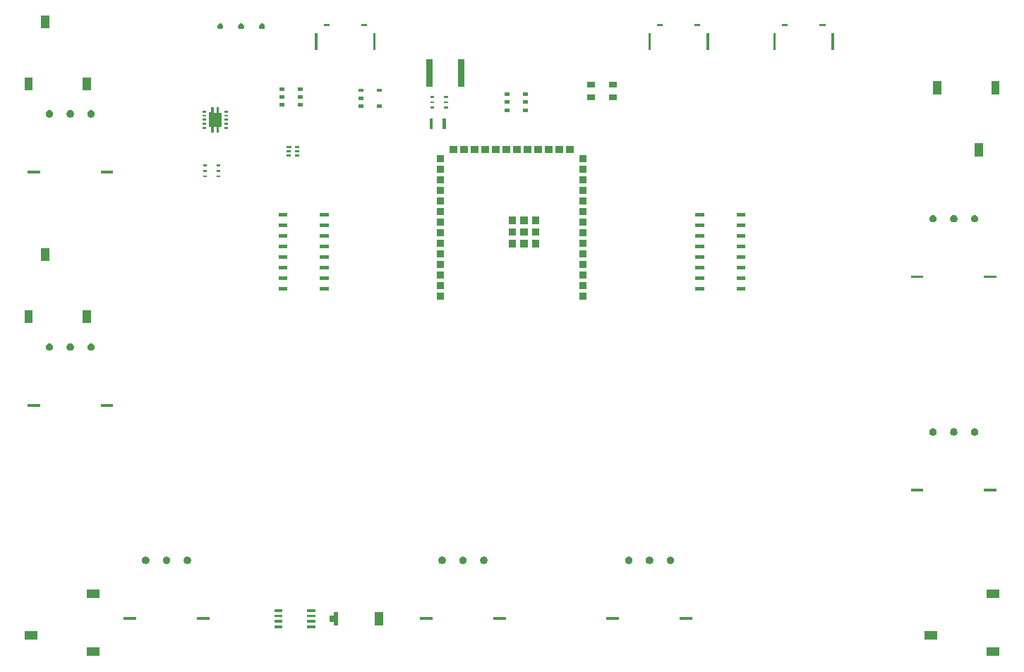
<source format=gbr>
%TF.GenerationSoftware,KiCad,Pcbnew,9.0.4*%
%TF.CreationDate,2025-10-09T22:00:13+02:00*%
%TF.ProjectId,Spikeling_v3.0,5370696b-656c-4696-9e67-5f76332e302e,rev?*%
%TF.SameCoordinates,Original*%
%TF.FileFunction,Other,User*%
%FSLAX46Y46*%
G04 Gerber Fmt 4.6, Leading zero omitted, Abs format (unit mm)*
G04 Created by KiCad (PCBNEW 9.0.4) date 2025-10-09 22:00:13*
%MOMM*%
%LPD*%
G01*
G04 APERTURE LIST*
%ADD10C,0.000000*%
G04 APERTURE END LIST*
D10*
%TO.C,VR2*%
G36*
X150480000Y-124150000D02*
G01*
X148960000Y-124150000D01*
X148960000Y-123850000D01*
X150480000Y-123850000D01*
X150480000Y-124150000D01*
G37*
G36*
X159280000Y-124150000D02*
G01*
X157760000Y-124150000D01*
X157760000Y-123850000D01*
X159280000Y-123850000D01*
X159280000Y-124150000D01*
G37*
G36*
X151792208Y-116584254D02*
G01*
X151893943Y-116642991D01*
X151977009Y-116726057D01*
X152035746Y-116827792D01*
X152066150Y-116941263D01*
X152066150Y-117058737D01*
X152035746Y-117172208D01*
X151977009Y-117273943D01*
X151893943Y-117357009D01*
X151792208Y-117415746D01*
X151678737Y-117446150D01*
X151561263Y-117446150D01*
X151447792Y-117415746D01*
X151346057Y-117357009D01*
X151262991Y-117273943D01*
X151204254Y-117172208D01*
X151173850Y-117058737D01*
X151173850Y-116941263D01*
X151204254Y-116827792D01*
X151262991Y-116726057D01*
X151346057Y-116642991D01*
X151447792Y-116584254D01*
X151561263Y-116553850D01*
X151678737Y-116553850D01*
X151792208Y-116584254D01*
G37*
G36*
X154292208Y-116584254D02*
G01*
X154393943Y-116642991D01*
X154477009Y-116726057D01*
X154535746Y-116827792D01*
X154566150Y-116941263D01*
X154566150Y-117058737D01*
X154535746Y-117172208D01*
X154477009Y-117273943D01*
X154393943Y-117357009D01*
X154292208Y-117415746D01*
X154178737Y-117446150D01*
X154061263Y-117446150D01*
X153947792Y-117415746D01*
X153846057Y-117357009D01*
X153762991Y-117273943D01*
X153704254Y-117172208D01*
X153673850Y-117058737D01*
X153673850Y-116941263D01*
X153704254Y-116827792D01*
X153762991Y-116726057D01*
X153846057Y-116642991D01*
X153947792Y-116584254D01*
X154061263Y-116553850D01*
X154178737Y-116553850D01*
X154292208Y-116584254D01*
G37*
G36*
X156792208Y-116584254D02*
G01*
X156893943Y-116642991D01*
X156977009Y-116726057D01*
X157035746Y-116827792D01*
X157066150Y-116941263D01*
X157066150Y-117058737D01*
X157035746Y-117172208D01*
X156977009Y-117273943D01*
X156893943Y-117357009D01*
X156792208Y-117415746D01*
X156678737Y-117446150D01*
X156561263Y-117446150D01*
X156447792Y-117415746D01*
X156346057Y-117357009D01*
X156262991Y-117273943D01*
X156204254Y-117172208D01*
X156173850Y-117058737D01*
X156173850Y-116941263D01*
X156204254Y-116827792D01*
X156262991Y-116726057D01*
X156346057Y-116642991D01*
X156447792Y-116584254D01*
X156561263Y-116553850D01*
X156678737Y-116553850D01*
X156792208Y-116584254D01*
G37*
%TO.C,U3*%
G36*
X132700000Y-75770000D02*
G01*
X132000000Y-75770000D01*
X132000000Y-75340000D01*
X132700000Y-75340000D01*
X132700000Y-75770000D01*
G37*
G36*
X132700000Y-77040000D02*
G01*
X132000000Y-77040000D01*
X132000000Y-76610000D01*
X132700000Y-76610000D01*
X132700000Y-77040000D01*
G37*
G36*
X132700000Y-78310000D02*
G01*
X132000000Y-78310000D01*
X132000000Y-77880000D01*
X132700000Y-77880000D01*
X132700000Y-78310000D01*
G37*
G36*
X132700000Y-79580000D02*
G01*
X132000000Y-79580000D01*
X132000000Y-79150000D01*
X132700000Y-79150000D01*
X132700000Y-79580000D01*
G37*
G36*
X132700000Y-80850000D02*
G01*
X132000000Y-80850000D01*
X132000000Y-80420000D01*
X132700000Y-80420000D01*
X132700000Y-80850000D01*
G37*
G36*
X132700000Y-82120000D02*
G01*
X132000000Y-82120000D01*
X132000000Y-81690000D01*
X132700000Y-81690000D01*
X132700000Y-82120000D01*
G37*
G36*
X132700000Y-83390000D02*
G01*
X132000000Y-83390000D01*
X132000000Y-82960000D01*
X132700000Y-82960000D01*
X132700000Y-83390000D01*
G37*
G36*
X132700000Y-84660000D02*
G01*
X132000000Y-84660000D01*
X132000000Y-84230000D01*
X132700000Y-84230000D01*
X132700000Y-84660000D01*
G37*
G36*
X133060000Y-75770000D02*
G01*
X132690000Y-75770000D01*
X132690000Y-75340000D01*
X133060000Y-75340000D01*
X133060000Y-75770000D01*
G37*
G36*
X133060000Y-77040000D02*
G01*
X132690000Y-77040000D01*
X132690000Y-76610000D01*
X133060000Y-76610000D01*
X133060000Y-77040000D01*
G37*
G36*
X133060000Y-78310000D02*
G01*
X132690000Y-78310000D01*
X132690000Y-77880000D01*
X133060000Y-77880000D01*
X133060000Y-78310000D01*
G37*
G36*
X133060000Y-79580000D02*
G01*
X132690000Y-79580000D01*
X132690000Y-79150000D01*
X133060000Y-79150000D01*
X133060000Y-79580000D01*
G37*
G36*
X133060000Y-80850000D02*
G01*
X132690000Y-80850000D01*
X132690000Y-80420000D01*
X133060000Y-80420000D01*
X133060000Y-80850000D01*
G37*
G36*
X133060000Y-82120000D02*
G01*
X132690000Y-82120000D01*
X132690000Y-81690000D01*
X133060000Y-81690000D01*
X133060000Y-82120000D01*
G37*
G36*
X133060000Y-83390000D02*
G01*
X132690000Y-83390000D01*
X132690000Y-82960000D01*
X133060000Y-82960000D01*
X133060000Y-83390000D01*
G37*
G36*
X133060000Y-84660000D02*
G01*
X132690000Y-84660000D01*
X132690000Y-84230000D01*
X133060000Y-84230000D01*
X133060000Y-84660000D01*
G37*
G36*
X137310000Y-75770000D02*
G01*
X136940000Y-75770000D01*
X136940000Y-75340000D01*
X137310000Y-75340000D01*
X137310000Y-75770000D01*
G37*
G36*
X137310000Y-77040000D02*
G01*
X136940000Y-77040000D01*
X136940000Y-76610000D01*
X137310000Y-76610000D01*
X137310000Y-77040000D01*
G37*
G36*
X137310000Y-78310000D02*
G01*
X136940000Y-78310000D01*
X136940000Y-77880000D01*
X137310000Y-77880000D01*
X137310000Y-78310000D01*
G37*
G36*
X137310000Y-79580000D02*
G01*
X136940000Y-79580000D01*
X136940000Y-79150000D01*
X137310000Y-79150000D01*
X137310000Y-79580000D01*
G37*
G36*
X137310000Y-80850000D02*
G01*
X136940000Y-80850000D01*
X136940000Y-80420000D01*
X137310000Y-80420000D01*
X137310000Y-80850000D01*
G37*
G36*
X137310000Y-82120000D02*
G01*
X136940000Y-82120000D01*
X136940000Y-81690000D01*
X137310000Y-81690000D01*
X137310000Y-82120000D01*
G37*
G36*
X137310000Y-83390000D02*
G01*
X136940000Y-83390000D01*
X136940000Y-82960000D01*
X137310000Y-82960000D01*
X137310000Y-83390000D01*
G37*
G36*
X137310000Y-84660000D02*
G01*
X136940000Y-84660000D01*
X136940000Y-84230000D01*
X137310000Y-84230000D01*
X137310000Y-84660000D01*
G37*
G36*
X138000000Y-75770000D02*
G01*
X137300000Y-75770000D01*
X137300000Y-75340000D01*
X138000000Y-75340000D01*
X138000000Y-75770000D01*
G37*
G36*
X138000000Y-77040000D02*
G01*
X137300000Y-77040000D01*
X137300000Y-76610000D01*
X138000000Y-76610000D01*
X138000000Y-77040000D01*
G37*
G36*
X138000000Y-78310000D02*
G01*
X137300000Y-78310000D01*
X137300000Y-77880000D01*
X138000000Y-77880000D01*
X138000000Y-78310000D01*
G37*
G36*
X138000000Y-79580000D02*
G01*
X137300000Y-79580000D01*
X137300000Y-79150000D01*
X138000000Y-79150000D01*
X138000000Y-79580000D01*
G37*
G36*
X138000000Y-80850000D02*
G01*
X137300000Y-80850000D01*
X137300000Y-80420000D01*
X138000000Y-80420000D01*
X138000000Y-80850000D01*
G37*
G36*
X138000000Y-82120000D02*
G01*
X137300000Y-82120000D01*
X137300000Y-81690000D01*
X138000000Y-81690000D01*
X138000000Y-82120000D01*
G37*
G36*
X138000000Y-83390000D02*
G01*
X137300000Y-83390000D01*
X137300000Y-82960000D01*
X138000000Y-82960000D01*
X138000000Y-83390000D01*
G37*
G36*
X138000000Y-84660000D02*
G01*
X137300000Y-84660000D01*
X137300000Y-84230000D01*
X138000000Y-84230000D01*
X138000000Y-84660000D01*
G37*
%TO.C,J4*%
G36*
X102500000Y-88500000D02*
G01*
X101500000Y-88500000D01*
X101500000Y-86950000D01*
X102500000Y-86950000D01*
X102500000Y-88500000D01*
G37*
G36*
X104500000Y-81050000D02*
G01*
X103500000Y-81050000D01*
X103500000Y-79500000D01*
X104500000Y-79500000D01*
X104500000Y-81050000D01*
G37*
G36*
X109500000Y-88500000D02*
G01*
X108500000Y-88500000D01*
X108500000Y-86950000D01*
X109500000Y-86950000D01*
X109500000Y-88500000D01*
G37*
%TO.C,J5*%
G36*
X211050000Y-126500000D02*
G01*
X209500000Y-126500000D01*
X209500000Y-125500000D01*
X211050000Y-125500000D01*
X211050000Y-126500000D01*
G37*
G36*
X218500000Y-121500000D02*
G01*
X216950000Y-121500000D01*
X216950000Y-120500000D01*
X218500000Y-120500000D01*
X218500000Y-121500000D01*
G37*
G36*
X218500000Y-128500000D02*
G01*
X216950000Y-128500000D01*
X216950000Y-127500000D01*
X218500000Y-127500000D01*
X218500000Y-128500000D01*
G37*
%TO.C,U6*%
G36*
X142030000Y-60770000D02*
G01*
X141580000Y-60770000D01*
X141580000Y-60370000D01*
X142030000Y-60370000D01*
X142030000Y-60770000D01*
G37*
G36*
X142030000Y-61720000D02*
G01*
X141580000Y-61720000D01*
X141580000Y-61320000D01*
X142030000Y-61320000D01*
X142030000Y-61720000D01*
G37*
G36*
X142030000Y-62670000D02*
G01*
X141580000Y-62670000D01*
X141580000Y-62270000D01*
X142030000Y-62270000D01*
X142030000Y-62670000D01*
G37*
G36*
X142190000Y-60770000D02*
G01*
X142020000Y-60770000D01*
X142020000Y-60370000D01*
X142190000Y-60370000D01*
X142190000Y-60770000D01*
G37*
G36*
X142190000Y-61720000D02*
G01*
X142020000Y-61720000D01*
X142020000Y-61320000D01*
X142190000Y-61320000D01*
X142190000Y-61720000D01*
G37*
G36*
X142190000Y-62670000D02*
G01*
X142020000Y-62670000D01*
X142020000Y-62270000D01*
X142190000Y-62270000D01*
X142190000Y-62670000D01*
G37*
G36*
X143940000Y-60770000D02*
G01*
X143770000Y-60770000D01*
X143770000Y-60370000D01*
X143940000Y-60370000D01*
X143940000Y-60770000D01*
G37*
G36*
X143940000Y-62670000D02*
G01*
X143770000Y-62670000D01*
X143770000Y-62270000D01*
X143940000Y-62270000D01*
X143940000Y-62670000D01*
G37*
G36*
X144380000Y-60770000D02*
G01*
X143930000Y-60770000D01*
X143930000Y-60370000D01*
X144380000Y-60370000D01*
X144380000Y-60770000D01*
G37*
G36*
X144380000Y-62670000D02*
G01*
X143930000Y-62670000D01*
X143930000Y-62270000D01*
X144380000Y-62270000D01*
X144380000Y-62670000D01*
G37*
%TO.C,U1*%
G36*
X151800000Y-69250000D02*
G01*
X150950000Y-69250000D01*
X150950000Y-68350000D01*
X151800000Y-68350000D01*
X151800000Y-69250000D01*
G37*
G36*
X151800000Y-70520000D02*
G01*
X150950000Y-70520000D01*
X150950000Y-69620000D01*
X151800000Y-69620000D01*
X151800000Y-70520000D01*
G37*
G36*
X151800000Y-71790000D02*
G01*
X150950000Y-71790000D01*
X150950000Y-70890000D01*
X151800000Y-70890000D01*
X151800000Y-71790000D01*
G37*
G36*
X151800000Y-73060000D02*
G01*
X150950000Y-73060000D01*
X150950000Y-72160000D01*
X151800000Y-72160000D01*
X151800000Y-73060000D01*
G37*
G36*
X151800000Y-74330000D02*
G01*
X150950000Y-74330000D01*
X150950000Y-73430000D01*
X151800000Y-73430000D01*
X151800000Y-74330000D01*
G37*
G36*
X151800000Y-75600000D02*
G01*
X150950000Y-75600000D01*
X150950000Y-74700000D01*
X151800000Y-74700000D01*
X151800000Y-75600000D01*
G37*
G36*
X151800000Y-76870000D02*
G01*
X150950000Y-76870000D01*
X150950000Y-75970000D01*
X151800000Y-75970000D01*
X151800000Y-76870000D01*
G37*
G36*
X151800000Y-78140000D02*
G01*
X150950000Y-78140000D01*
X150950000Y-77240000D01*
X151800000Y-77240000D01*
X151800000Y-78140000D01*
G37*
G36*
X151800000Y-79410000D02*
G01*
X150950000Y-79410000D01*
X150950000Y-78510000D01*
X151800000Y-78510000D01*
X151800000Y-79410000D01*
G37*
G36*
X151800000Y-80680000D02*
G01*
X150950000Y-80680000D01*
X150950000Y-79780000D01*
X151800000Y-79780000D01*
X151800000Y-80680000D01*
G37*
G36*
X151800000Y-81950000D02*
G01*
X150950000Y-81950000D01*
X150950000Y-81050000D01*
X151800000Y-81050000D01*
X151800000Y-81950000D01*
G37*
G36*
X151800000Y-83220000D02*
G01*
X150950000Y-83220000D01*
X150950000Y-82320000D01*
X151800000Y-82320000D01*
X151800000Y-83220000D01*
G37*
G36*
X151800000Y-84490000D02*
G01*
X150950000Y-84490000D01*
X150950000Y-83590000D01*
X151800000Y-83590000D01*
X151800000Y-84490000D01*
G37*
G36*
X151800000Y-85760000D02*
G01*
X150950000Y-85760000D01*
X150950000Y-84860000D01*
X151800000Y-84860000D01*
X151800000Y-85760000D01*
G37*
G36*
X153415000Y-68150500D02*
G01*
X152515000Y-68150500D01*
X152515000Y-67301000D01*
X153415000Y-67301000D01*
X153415000Y-68150500D01*
G37*
G36*
X154685000Y-68150500D02*
G01*
X153785000Y-68150500D01*
X153785000Y-67301000D01*
X154685000Y-67301000D01*
X154685000Y-68150500D01*
G37*
G36*
X155955000Y-68150500D02*
G01*
X155055000Y-68150500D01*
X155055000Y-67301000D01*
X155955000Y-67301000D01*
X155955000Y-68150500D01*
G37*
G36*
X157225000Y-68150500D02*
G01*
X156325000Y-68150500D01*
X156325000Y-67301000D01*
X157225000Y-67301000D01*
X157225000Y-68150500D01*
G37*
G36*
X158495000Y-68150500D02*
G01*
X157595000Y-68150500D01*
X157595000Y-67301000D01*
X158495000Y-67301000D01*
X158495000Y-68150500D01*
G37*
G36*
X159765000Y-68150500D02*
G01*
X158865000Y-68150500D01*
X158865000Y-67301000D01*
X159765000Y-67301000D01*
X159765000Y-68150500D01*
G37*
G36*
X160499500Y-76640500D02*
G01*
X159599500Y-76640500D01*
X159599500Y-75740500D01*
X160499500Y-75740500D01*
X160499500Y-76640500D01*
G37*
G36*
X160499500Y-78040500D02*
G01*
X159599500Y-78040500D01*
X159599500Y-77140500D01*
X160499500Y-77140500D01*
X160499500Y-78040500D01*
G37*
G36*
X160499500Y-79440500D02*
G01*
X159599500Y-79440500D01*
X159599500Y-78540500D01*
X160499500Y-78540500D01*
X160499500Y-79440500D01*
G37*
G36*
X161035000Y-68150500D02*
G01*
X160135000Y-68150500D01*
X160135000Y-67301000D01*
X161035000Y-67301000D01*
X161035000Y-68150500D01*
G37*
G36*
X161899500Y-76640500D02*
G01*
X160999500Y-76640500D01*
X160999500Y-75740500D01*
X161899500Y-75740500D01*
X161899500Y-76640500D01*
G37*
G36*
X161899500Y-78040500D02*
G01*
X160999500Y-78040500D01*
X160999500Y-77140500D01*
X161899500Y-77140500D01*
X161899500Y-78040500D01*
G37*
G36*
X161899500Y-79440500D02*
G01*
X160999500Y-79440500D01*
X160999500Y-78540500D01*
X161899500Y-78540500D01*
X161899500Y-79440500D01*
G37*
G36*
X162305000Y-68150500D02*
G01*
X161405000Y-68150500D01*
X161405000Y-67301000D01*
X162305000Y-67301000D01*
X162305000Y-68150500D01*
G37*
G36*
X163299500Y-76640500D02*
G01*
X162399500Y-76640500D01*
X162399500Y-75740500D01*
X163299500Y-75740500D01*
X163299500Y-76640500D01*
G37*
G36*
X163299500Y-78040500D02*
G01*
X162399500Y-78040500D01*
X162399500Y-77140500D01*
X163299500Y-77140500D01*
X163299500Y-78040500D01*
G37*
G36*
X163299500Y-79440500D02*
G01*
X162399500Y-79440500D01*
X162399500Y-78540500D01*
X163299500Y-78540500D01*
X163299500Y-79440500D01*
G37*
G36*
X163575000Y-68150500D02*
G01*
X162675000Y-68150500D01*
X162675000Y-67301000D01*
X163575000Y-67301000D01*
X163575000Y-68150500D01*
G37*
G36*
X164845000Y-68150500D02*
G01*
X163945000Y-68150500D01*
X163945000Y-67301000D01*
X164845000Y-67301000D01*
X164845000Y-68150500D01*
G37*
G36*
X166115000Y-68150500D02*
G01*
X165215000Y-68150500D01*
X165215000Y-67301000D01*
X166115000Y-67301000D01*
X166115000Y-68150500D01*
G37*
G36*
X167385000Y-68150500D02*
G01*
X166485000Y-68150500D01*
X166485000Y-67301000D01*
X167385000Y-67301000D01*
X167385000Y-68150500D01*
G37*
G36*
X168950000Y-69250000D02*
G01*
X168100000Y-69250000D01*
X168100000Y-68350000D01*
X168950000Y-68350000D01*
X168950000Y-69250000D01*
G37*
G36*
X168950000Y-70520000D02*
G01*
X168100000Y-70520000D01*
X168100000Y-69620000D01*
X168950000Y-69620000D01*
X168950000Y-70520000D01*
G37*
G36*
X168950000Y-71790000D02*
G01*
X168100000Y-71790000D01*
X168100000Y-70890000D01*
X168950000Y-70890000D01*
X168950000Y-71790000D01*
G37*
G36*
X168950000Y-73060000D02*
G01*
X168100000Y-73060000D01*
X168100000Y-72160000D01*
X168950000Y-72160000D01*
X168950000Y-73060000D01*
G37*
G36*
X168950000Y-74330000D02*
G01*
X168100000Y-74330000D01*
X168100000Y-73430000D01*
X168950000Y-73430000D01*
X168950000Y-74330000D01*
G37*
G36*
X168950000Y-75600000D02*
G01*
X168100000Y-75600000D01*
X168100000Y-74700000D01*
X168950000Y-74700000D01*
X168950000Y-75600000D01*
G37*
G36*
X168950000Y-76870000D02*
G01*
X168100000Y-76870000D01*
X168100000Y-75970000D01*
X168950000Y-75970000D01*
X168950000Y-76870000D01*
G37*
G36*
X168950000Y-78140000D02*
G01*
X168100000Y-78140000D01*
X168100000Y-77240000D01*
X168950000Y-77240000D01*
X168950000Y-78140000D01*
G37*
G36*
X168950000Y-79410000D02*
G01*
X168100000Y-79410000D01*
X168100000Y-78510000D01*
X168950000Y-78510000D01*
X168950000Y-79410000D01*
G37*
G36*
X168950000Y-80680000D02*
G01*
X168100000Y-80680000D01*
X168100000Y-79780000D01*
X168950000Y-79780000D01*
X168950000Y-80680000D01*
G37*
G36*
X168950000Y-81950000D02*
G01*
X168100000Y-81950000D01*
X168100000Y-81050000D01*
X168950000Y-81050000D01*
X168950000Y-81950000D01*
G37*
G36*
X168950000Y-83220000D02*
G01*
X168100000Y-83220000D01*
X168100000Y-82320000D01*
X168950000Y-82320000D01*
X168950000Y-83220000D01*
G37*
G36*
X168950000Y-84490000D02*
G01*
X168100000Y-84490000D01*
X168100000Y-83590000D01*
X168950000Y-83590000D01*
X168950000Y-84490000D01*
G37*
G36*
X168950000Y-85760000D02*
G01*
X168100000Y-85760000D01*
X168100000Y-84860000D01*
X168950000Y-84860000D01*
X168950000Y-85760000D01*
G37*
%TO.C,VR1*%
G36*
X114910000Y-124150000D02*
G01*
X113390000Y-124150000D01*
X113390000Y-123850000D01*
X114910000Y-123850000D01*
X114910000Y-124150000D01*
G37*
G36*
X123710000Y-124150000D02*
G01*
X122190000Y-124150000D01*
X122190000Y-123850000D01*
X123710000Y-123850000D01*
X123710000Y-124150000D01*
G37*
G36*
X116222208Y-116584254D02*
G01*
X116323943Y-116642991D01*
X116407009Y-116726057D01*
X116465746Y-116827792D01*
X116496150Y-116941263D01*
X116496150Y-117058737D01*
X116465746Y-117172208D01*
X116407009Y-117273943D01*
X116323943Y-117357009D01*
X116222208Y-117415746D01*
X116108737Y-117446150D01*
X115991263Y-117446150D01*
X115877792Y-117415746D01*
X115776057Y-117357009D01*
X115692991Y-117273943D01*
X115634254Y-117172208D01*
X115603850Y-117058737D01*
X115603850Y-116941263D01*
X115634254Y-116827792D01*
X115692991Y-116726057D01*
X115776057Y-116642991D01*
X115877792Y-116584254D01*
X115991263Y-116553850D01*
X116108737Y-116553850D01*
X116222208Y-116584254D01*
G37*
G36*
X118722208Y-116584254D02*
G01*
X118823943Y-116642991D01*
X118907009Y-116726057D01*
X118965746Y-116827792D01*
X118996150Y-116941263D01*
X118996150Y-117058737D01*
X118965746Y-117172208D01*
X118907009Y-117273943D01*
X118823943Y-117357009D01*
X118722208Y-117415746D01*
X118608737Y-117446150D01*
X118491263Y-117446150D01*
X118377792Y-117415746D01*
X118276057Y-117357009D01*
X118192991Y-117273943D01*
X118134254Y-117172208D01*
X118103850Y-117058737D01*
X118103850Y-116941263D01*
X118134254Y-116827792D01*
X118192991Y-116726057D01*
X118276057Y-116642991D01*
X118377792Y-116584254D01*
X118491263Y-116553850D01*
X118608737Y-116553850D01*
X118722208Y-116584254D01*
G37*
G36*
X121222208Y-116584254D02*
G01*
X121323943Y-116642991D01*
X121407009Y-116726057D01*
X121465746Y-116827792D01*
X121496150Y-116941263D01*
X121496150Y-117058737D01*
X121465746Y-117172208D01*
X121407009Y-117273943D01*
X121323943Y-117357009D01*
X121222208Y-117415746D01*
X121108737Y-117446150D01*
X120991263Y-117446150D01*
X120877792Y-117415746D01*
X120776057Y-117357009D01*
X120692991Y-117273943D01*
X120634254Y-117172208D01*
X120603850Y-117058737D01*
X120603850Y-116941263D01*
X120634254Y-116827792D01*
X120692991Y-116726057D01*
X120776057Y-116642991D01*
X120877792Y-116584254D01*
X120991263Y-116553850D01*
X121108737Y-116553850D01*
X121222208Y-116584254D01*
G37*
%TO.C,D4*%
G36*
X169950000Y-60275000D02*
G01*
X169050000Y-60275000D01*
X169050000Y-59575000D01*
X169950000Y-59575000D01*
X169950000Y-60275000D01*
G37*
G36*
X169950000Y-61775000D02*
G01*
X169050000Y-61775000D01*
X169050000Y-61075000D01*
X169950000Y-61075000D01*
X169950000Y-61775000D01*
G37*
G36*
X172550000Y-60275000D02*
G01*
X171650000Y-60275000D01*
X171650000Y-59575000D01*
X172550000Y-59575000D01*
X172550000Y-60275000D01*
G37*
G36*
X172550000Y-61775000D02*
G01*
X171650000Y-61775000D01*
X171650000Y-61075000D01*
X172550000Y-61075000D01*
X172550000Y-61775000D01*
G37*
%TO.C,SW5*%
G36*
X125136618Y-52555209D02*
G01*
X125217328Y-52601807D01*
X125283227Y-52667706D01*
X125329825Y-52748416D01*
X125353946Y-52838436D01*
X125353946Y-52931632D01*
X125329825Y-53021652D01*
X125283227Y-53102362D01*
X125217328Y-53168261D01*
X125136618Y-53214859D01*
X125046598Y-53238980D01*
X124953402Y-53238980D01*
X124863382Y-53214859D01*
X124782672Y-53168261D01*
X124716773Y-53102362D01*
X124670175Y-53021652D01*
X124646054Y-52931632D01*
X124646054Y-52838436D01*
X124670175Y-52748416D01*
X124716773Y-52667706D01*
X124782672Y-52601807D01*
X124863382Y-52555209D01*
X124953402Y-52531088D01*
X125046598Y-52531088D01*
X125136618Y-52555209D01*
G37*
G36*
X127636618Y-52555209D02*
G01*
X127717328Y-52601807D01*
X127783227Y-52667706D01*
X127829825Y-52748416D01*
X127853946Y-52838436D01*
X127853946Y-52931632D01*
X127829825Y-53021652D01*
X127783227Y-53102362D01*
X127717328Y-53168261D01*
X127636618Y-53214859D01*
X127546598Y-53238980D01*
X127453402Y-53238980D01*
X127363382Y-53214859D01*
X127282672Y-53168261D01*
X127216773Y-53102362D01*
X127170175Y-53021652D01*
X127146054Y-52931632D01*
X127146054Y-52838436D01*
X127170175Y-52748416D01*
X127216773Y-52667706D01*
X127282672Y-52601807D01*
X127363382Y-52555209D01*
X127453402Y-52531088D01*
X127546598Y-52531088D01*
X127636618Y-52555209D01*
G37*
G36*
X130136618Y-52555209D02*
G01*
X130217328Y-52601807D01*
X130283227Y-52667706D01*
X130329825Y-52748416D01*
X130353946Y-52838436D01*
X130353946Y-52931632D01*
X130329825Y-53021652D01*
X130283227Y-53102362D01*
X130217328Y-53168261D01*
X130136618Y-53214859D01*
X130046598Y-53238980D01*
X129953402Y-53238980D01*
X129863382Y-53214859D01*
X129782672Y-53168261D01*
X129716773Y-53102362D01*
X129670175Y-53021652D01*
X129646054Y-52931632D01*
X129646054Y-52838436D01*
X129670175Y-52748416D01*
X129716773Y-52667706D01*
X129782672Y-52601807D01*
X129863382Y-52555209D01*
X129953402Y-52531088D01*
X130046598Y-52531088D01*
X130136618Y-52555209D01*
G37*
%TO.C,VR5*%
G36*
X209360000Y-108750000D02*
G01*
X207840000Y-108750000D01*
X207840000Y-108450000D01*
X209360000Y-108450000D01*
X209360000Y-108750000D01*
G37*
G36*
X218160000Y-108750000D02*
G01*
X216640000Y-108750000D01*
X216640000Y-108450000D01*
X218160000Y-108450000D01*
X218160000Y-108750000D01*
G37*
G36*
X210672208Y-101184254D02*
G01*
X210773943Y-101242991D01*
X210857009Y-101326057D01*
X210915746Y-101427792D01*
X210946150Y-101541263D01*
X210946150Y-101658737D01*
X210915746Y-101772208D01*
X210857009Y-101873943D01*
X210773943Y-101957009D01*
X210672208Y-102015746D01*
X210558737Y-102046150D01*
X210441263Y-102046150D01*
X210327792Y-102015746D01*
X210226057Y-101957009D01*
X210142991Y-101873943D01*
X210084254Y-101772208D01*
X210053850Y-101658737D01*
X210053850Y-101541263D01*
X210084254Y-101427792D01*
X210142991Y-101326057D01*
X210226057Y-101242991D01*
X210327792Y-101184254D01*
X210441263Y-101153850D01*
X210558737Y-101153850D01*
X210672208Y-101184254D01*
G37*
G36*
X213172208Y-101184254D02*
G01*
X213273943Y-101242991D01*
X213357009Y-101326057D01*
X213415746Y-101427792D01*
X213446150Y-101541263D01*
X213446150Y-101658737D01*
X213415746Y-101772208D01*
X213357009Y-101873943D01*
X213273943Y-101957009D01*
X213172208Y-102015746D01*
X213058737Y-102046150D01*
X212941263Y-102046150D01*
X212827792Y-102015746D01*
X212726057Y-101957009D01*
X212642991Y-101873943D01*
X212584254Y-101772208D01*
X212553850Y-101658737D01*
X212553850Y-101541263D01*
X212584254Y-101427792D01*
X212642991Y-101326057D01*
X212726057Y-101242991D01*
X212827792Y-101184254D01*
X212941263Y-101153850D01*
X213058737Y-101153850D01*
X213172208Y-101184254D01*
G37*
G36*
X215672208Y-101184254D02*
G01*
X215773943Y-101242991D01*
X215857009Y-101326057D01*
X215915746Y-101427792D01*
X215946150Y-101541263D01*
X215946150Y-101658737D01*
X215915746Y-101772208D01*
X215857009Y-101873943D01*
X215773943Y-101957009D01*
X215672208Y-102015746D01*
X215558737Y-102046150D01*
X215441263Y-102046150D01*
X215327792Y-102015746D01*
X215226057Y-101957009D01*
X215142991Y-101873943D01*
X215084254Y-101772208D01*
X215053850Y-101658737D01*
X215053850Y-101541263D01*
X215084254Y-101427792D01*
X215142991Y-101326057D01*
X215226057Y-101242991D01*
X215327792Y-101184254D01*
X215441263Y-101153850D01*
X215558737Y-101153850D01*
X215672208Y-101184254D01*
G37*
%TO.C,Q1*%
G36*
X132710000Y-60629000D02*
G01*
X132565000Y-60629000D01*
X132565000Y-60199000D01*
X132710000Y-60199000D01*
X132710000Y-60629000D01*
G37*
G36*
X132710000Y-61579000D02*
G01*
X132565000Y-61579000D01*
X132565000Y-61149000D01*
X132710000Y-61149000D01*
X132710000Y-61579000D01*
G37*
G36*
X132710000Y-62529000D02*
G01*
X132565000Y-62529000D01*
X132565000Y-62099000D01*
X132710000Y-62099000D01*
X132710000Y-62529000D01*
G37*
G36*
X132575000Y-60629000D02*
G01*
X132100000Y-60629000D01*
X132100000Y-60199000D01*
X132575000Y-60199000D01*
X132575000Y-60629000D01*
G37*
G36*
X132575000Y-61579000D02*
G01*
X132100000Y-61579000D01*
X132100000Y-61149000D01*
X132575000Y-61149000D01*
X132575000Y-61579000D01*
G37*
G36*
X132575000Y-62529000D02*
G01*
X132100000Y-62529000D01*
X132100000Y-62099000D01*
X132575000Y-62099000D01*
X132575000Y-62529000D01*
G37*
G36*
X134900000Y-60629000D02*
G01*
X134425000Y-60629000D01*
X134425000Y-60199000D01*
X134900000Y-60199000D01*
X134900000Y-60629000D01*
G37*
G36*
X134900000Y-61579000D02*
G01*
X134425000Y-61579000D01*
X134425000Y-61149000D01*
X134900000Y-61149000D01*
X134900000Y-61579000D01*
G37*
G36*
X134900000Y-62529000D02*
G01*
X134425000Y-62529000D01*
X134425000Y-62099000D01*
X134900000Y-62099000D01*
X134900000Y-62529000D01*
G37*
G36*
X134435000Y-60629000D02*
G01*
X134290000Y-60629000D01*
X134290000Y-60199000D01*
X134435000Y-60199000D01*
X134435000Y-60629000D01*
G37*
G36*
X134435000Y-61579000D02*
G01*
X134290000Y-61579000D01*
X134290000Y-61149000D01*
X134435000Y-61149000D01*
X134435000Y-61579000D01*
G37*
G36*
X134435000Y-62529000D02*
G01*
X134290000Y-62529000D01*
X134290000Y-62099000D01*
X134435000Y-62099000D01*
X134435000Y-62529000D01*
G37*
%TO.C,U7*%
G36*
X133580000Y-67545000D02*
G01*
X132980000Y-67545000D01*
X132980000Y-67295000D01*
X133580000Y-67295000D01*
X133580000Y-67545000D01*
G37*
G36*
X133480000Y-68045000D02*
G01*
X132980000Y-68045000D01*
X132980000Y-67795000D01*
X133480000Y-67795000D01*
X133480000Y-68045000D01*
G37*
G36*
X133480000Y-68545000D02*
G01*
X132980000Y-68545000D01*
X132980000Y-68295000D01*
X133480000Y-68295000D01*
X133480000Y-68545000D01*
G37*
G36*
X134480000Y-67545000D02*
G01*
X133980000Y-67545000D01*
X133980000Y-67295000D01*
X134480000Y-67295000D01*
X134480000Y-67545000D01*
G37*
G36*
X134480000Y-68045000D02*
G01*
X133980000Y-68045000D01*
X133980000Y-67795000D01*
X134480000Y-67795000D01*
X134480000Y-68045000D01*
G37*
G36*
X134480000Y-68545000D02*
G01*
X133980000Y-68545000D01*
X133980000Y-68295000D01*
X134480000Y-68295000D01*
X134480000Y-68545000D01*
G37*
%TO.C,U5*%
G36*
X132050000Y-123207500D02*
G01*
X131500000Y-123207500D01*
X131500000Y-122892500D01*
X132050000Y-122892500D01*
X132050000Y-123207500D01*
G37*
G36*
X132050000Y-123857500D02*
G01*
X131500000Y-123857500D01*
X131500000Y-123542500D01*
X132050000Y-123542500D01*
X132050000Y-123857500D01*
G37*
G36*
X132050000Y-124507500D02*
G01*
X131500000Y-124507500D01*
X131500000Y-124192500D01*
X132050000Y-124192500D01*
X132050000Y-124507500D01*
G37*
G36*
X132050000Y-125157500D02*
G01*
X131500000Y-125157500D01*
X131500000Y-124842500D01*
X132050000Y-124842500D01*
X132050000Y-125157500D01*
G37*
G36*
X132460000Y-123207500D02*
G01*
X132040000Y-123207500D01*
X132040000Y-122892500D01*
X132460000Y-122892500D01*
X132460000Y-123207500D01*
G37*
G36*
X132460000Y-123857500D02*
G01*
X132040000Y-123857500D01*
X132040000Y-123542500D01*
X132460000Y-123542500D01*
X132460000Y-123857500D01*
G37*
G36*
X132460000Y-124507500D02*
G01*
X132040000Y-124507500D01*
X132040000Y-124192500D01*
X132460000Y-124192500D01*
X132460000Y-124507500D01*
G37*
G36*
X132460000Y-125157500D02*
G01*
X132040000Y-125157500D01*
X132040000Y-124842500D01*
X132460000Y-124842500D01*
X132460000Y-125157500D01*
G37*
G36*
X135860000Y-123207500D02*
G01*
X135440000Y-123207500D01*
X135440000Y-122892500D01*
X135860000Y-122892500D01*
X135860000Y-123207500D01*
G37*
G36*
X135860000Y-123857500D02*
G01*
X135440000Y-123857500D01*
X135440000Y-123542500D01*
X135860000Y-123542500D01*
X135860000Y-123857500D01*
G37*
G36*
X135860000Y-124507500D02*
G01*
X135440000Y-124507500D01*
X135440000Y-124192500D01*
X135860000Y-124192500D01*
X135860000Y-124507500D01*
G37*
G36*
X135860000Y-125157500D02*
G01*
X135440000Y-125157500D01*
X135440000Y-124842500D01*
X135860000Y-124842500D01*
X135860000Y-125157500D01*
G37*
G36*
X136400000Y-123207500D02*
G01*
X135850000Y-123207500D01*
X135850000Y-122892500D01*
X136400000Y-122892500D01*
X136400000Y-123207500D01*
G37*
G36*
X136400000Y-123857500D02*
G01*
X135850000Y-123857500D01*
X135850000Y-123542500D01*
X136400000Y-123542500D01*
X136400000Y-123857500D01*
G37*
G36*
X136400000Y-124507500D02*
G01*
X135850000Y-124507500D01*
X135850000Y-124192500D01*
X136400000Y-124192500D01*
X136400000Y-124507500D01*
G37*
G36*
X136400000Y-125157500D02*
G01*
X135850000Y-125157500D01*
X135850000Y-124842500D01*
X136400000Y-124842500D01*
X136400000Y-125157500D01*
G37*
%TO.C,U9*%
G36*
X150475000Y-60120000D02*
G01*
X149725000Y-60120000D01*
X149725000Y-56880000D01*
X150475000Y-56880000D01*
X150475000Y-60120000D01*
G37*
G36*
X154275000Y-60120000D02*
G01*
X153525000Y-60120000D01*
X153525000Y-56880000D01*
X154275000Y-56880000D01*
X154275000Y-60120000D01*
G37*
%TO.C,J6*%
G36*
X211500000Y-61050000D02*
G01*
X210500000Y-61050000D01*
X210500000Y-59500000D01*
X211500000Y-59500000D01*
X211500000Y-61050000D01*
G37*
G36*
X216500000Y-68500000D02*
G01*
X215500000Y-68500000D01*
X215500000Y-66950000D01*
X216500000Y-66950000D01*
X216500000Y-68500000D01*
G37*
G36*
X218500000Y-61050000D02*
G01*
X217500000Y-61050000D01*
X217500000Y-59500000D01*
X218500000Y-59500000D01*
X218500000Y-61050000D01*
G37*
%TO.C,J3*%
G36*
X102500000Y-60600000D02*
G01*
X101500000Y-60600000D01*
X101500000Y-59050000D01*
X102500000Y-59050000D01*
X102500000Y-60600000D01*
G37*
G36*
X104500000Y-53150000D02*
G01*
X103500000Y-53150000D01*
X103500000Y-51600000D01*
X104500000Y-51600000D01*
X104500000Y-53150000D01*
G37*
G36*
X109500000Y-60600000D02*
G01*
X108500000Y-60600000D01*
X108500000Y-59050000D01*
X109500000Y-59050000D01*
X109500000Y-60600000D01*
G37*
%TO.C,SW3*%
G36*
X176650000Y-55750000D02*
G01*
X176350000Y-55750000D01*
X176350000Y-53740000D01*
X176650000Y-53740000D01*
X176650000Y-55750000D01*
G37*
G36*
X176650000Y-55750000D02*
G01*
X176350000Y-55750000D01*
X176350000Y-54750000D01*
X176650000Y-54750000D01*
X176650000Y-55750000D01*
G37*
G36*
X178100000Y-52875000D02*
G01*
X177400000Y-52875000D01*
X177400000Y-52625000D01*
X178100000Y-52625000D01*
X178100000Y-52875000D01*
G37*
G36*
X182600000Y-52875000D02*
G01*
X181900000Y-52875000D01*
X181900000Y-52625000D01*
X182600000Y-52625000D01*
X182600000Y-52875000D01*
G37*
G36*
X183650000Y-55750000D02*
G01*
X183350000Y-55750000D01*
X183350000Y-53740000D01*
X183650000Y-53740000D01*
X183650000Y-55750000D01*
G37*
G36*
X183650000Y-55750000D02*
G01*
X183350000Y-55750000D01*
X183350000Y-54750000D01*
X183650000Y-54750000D01*
X183650000Y-55750000D01*
G37*
%TO.C,SW2*%
G36*
X136650000Y-55750000D02*
G01*
X136350000Y-55750000D01*
X136350000Y-53740000D01*
X136650000Y-53740000D01*
X136650000Y-55750000D01*
G37*
G36*
X136650000Y-55750000D02*
G01*
X136350000Y-55750000D01*
X136350000Y-54750000D01*
X136650000Y-54750000D01*
X136650000Y-55750000D01*
G37*
G36*
X138100000Y-52875000D02*
G01*
X137400000Y-52875000D01*
X137400000Y-52625000D01*
X138100000Y-52625000D01*
X138100000Y-52875000D01*
G37*
G36*
X142600000Y-52875000D02*
G01*
X141900000Y-52875000D01*
X141900000Y-52625000D01*
X142600000Y-52625000D01*
X142600000Y-52875000D01*
G37*
G36*
X143650000Y-55750000D02*
G01*
X143350000Y-55750000D01*
X143350000Y-53740000D01*
X143650000Y-53740000D01*
X143650000Y-55750000D01*
G37*
G36*
X143650000Y-55750000D02*
G01*
X143350000Y-55750000D01*
X143350000Y-54750000D01*
X143650000Y-54750000D01*
X143650000Y-55750000D01*
G37*
%TO.C,D3*%
G36*
X138650000Y-124425000D02*
G01*
X138150000Y-124425000D01*
X138150000Y-123625000D01*
X138650000Y-123625000D01*
X138650000Y-124425000D01*
G37*
G36*
X139160000Y-124825000D02*
G01*
X138640000Y-124825000D01*
X138640000Y-123225000D01*
X139160000Y-123225000D01*
X139160000Y-124825000D01*
G37*
G36*
X144060000Y-124825000D02*
G01*
X143540000Y-124825000D01*
X143540000Y-123225000D01*
X144060000Y-123225000D01*
X144060000Y-124825000D01*
G37*
G36*
X144550000Y-124825000D02*
G01*
X144050000Y-124825000D01*
X144050000Y-123225000D01*
X144550000Y-123225000D01*
X144550000Y-124825000D01*
G37*
%TO.C,U10*%
G36*
X150560000Y-61462500D02*
G01*
X150200000Y-61462500D01*
X150200000Y-61237500D01*
X150560000Y-61237500D01*
X150560000Y-61462500D01*
G37*
G36*
X150560000Y-62112500D02*
G01*
X150200000Y-62112500D01*
X150200000Y-61887500D01*
X150560000Y-61887500D01*
X150560000Y-62112500D01*
G37*
G36*
X150560000Y-62762500D02*
G01*
X150200000Y-62762500D01*
X150200000Y-62537500D01*
X150560000Y-62537500D01*
X150560000Y-62762500D01*
G37*
G36*
X150635000Y-61462500D02*
G01*
X150550000Y-61462500D01*
X150550000Y-61237500D01*
X150635000Y-61237500D01*
X150635000Y-61462500D01*
G37*
G36*
X150635000Y-62112500D02*
G01*
X150550000Y-62112500D01*
X150550000Y-61887500D01*
X150635000Y-61887500D01*
X150635000Y-62112500D01*
G37*
G36*
X150635000Y-62762500D02*
G01*
X150550000Y-62762500D01*
X150550000Y-62537500D01*
X150635000Y-62537500D01*
X150635000Y-62762500D01*
G37*
G36*
X151950000Y-61462500D02*
G01*
X151865000Y-61462500D01*
X151865000Y-61237500D01*
X151950000Y-61237500D01*
X151950000Y-61462500D01*
G37*
G36*
X151950000Y-62112500D02*
G01*
X151865000Y-62112500D01*
X151865000Y-61887500D01*
X151950000Y-61887500D01*
X151950000Y-62112500D01*
G37*
G36*
X151950000Y-62762500D02*
G01*
X151865000Y-62762500D01*
X151865000Y-62537500D01*
X151950000Y-62537500D01*
X151950000Y-62762500D01*
G37*
G36*
X152300000Y-61462500D02*
G01*
X151940000Y-61462500D01*
X151940000Y-61237500D01*
X152300000Y-61237500D01*
X152300000Y-61462500D01*
G37*
G36*
X152300000Y-62112500D02*
G01*
X151940000Y-62112500D01*
X151940000Y-61887500D01*
X152300000Y-61887500D01*
X152300000Y-62112500D01*
G37*
G36*
X152300000Y-62762500D02*
G01*
X151940000Y-62762500D01*
X151940000Y-62537500D01*
X152300000Y-62537500D01*
X152300000Y-62762500D01*
G37*
%TO.C,VR6*%
G36*
X103360000Y-70550000D02*
G01*
X101840000Y-70550000D01*
X101840000Y-70250000D01*
X103360000Y-70250000D01*
X103360000Y-70550000D01*
G37*
G36*
X112160000Y-70550000D02*
G01*
X110640000Y-70550000D01*
X110640000Y-70250000D01*
X112160000Y-70250000D01*
X112160000Y-70550000D01*
G37*
G36*
X104672208Y-62984254D02*
G01*
X104773943Y-63042991D01*
X104857009Y-63126057D01*
X104915746Y-63227792D01*
X104946150Y-63341263D01*
X104946150Y-63458737D01*
X104915746Y-63572208D01*
X104857009Y-63673943D01*
X104773943Y-63757009D01*
X104672208Y-63815746D01*
X104558737Y-63846150D01*
X104441263Y-63846150D01*
X104327792Y-63815746D01*
X104226057Y-63757009D01*
X104142991Y-63673943D01*
X104084254Y-63572208D01*
X104053850Y-63458737D01*
X104053850Y-63341263D01*
X104084254Y-63227792D01*
X104142991Y-63126057D01*
X104226057Y-63042991D01*
X104327792Y-62984254D01*
X104441263Y-62953850D01*
X104558737Y-62953850D01*
X104672208Y-62984254D01*
G37*
G36*
X107172208Y-62984254D02*
G01*
X107273943Y-63042991D01*
X107357009Y-63126057D01*
X107415746Y-63227792D01*
X107446150Y-63341263D01*
X107446150Y-63458737D01*
X107415746Y-63572208D01*
X107357009Y-63673943D01*
X107273943Y-63757009D01*
X107172208Y-63815746D01*
X107058737Y-63846150D01*
X106941263Y-63846150D01*
X106827792Y-63815746D01*
X106726057Y-63757009D01*
X106642991Y-63673943D01*
X106584254Y-63572208D01*
X106553850Y-63458737D01*
X106553850Y-63341263D01*
X106584254Y-63227792D01*
X106642991Y-63126057D01*
X106726057Y-63042991D01*
X106827792Y-62984254D01*
X106941263Y-62953850D01*
X107058737Y-62953850D01*
X107172208Y-62984254D01*
G37*
G36*
X109672208Y-62984254D02*
G01*
X109773943Y-63042991D01*
X109857009Y-63126057D01*
X109915746Y-63227792D01*
X109946150Y-63341263D01*
X109946150Y-63458737D01*
X109915746Y-63572208D01*
X109857009Y-63673943D01*
X109773943Y-63757009D01*
X109672208Y-63815746D01*
X109558737Y-63846150D01*
X109441263Y-63846150D01*
X109327792Y-63815746D01*
X109226057Y-63757009D01*
X109142991Y-63673943D01*
X109084254Y-63572208D01*
X109053850Y-63458737D01*
X109053850Y-63341263D01*
X109084254Y-63227792D01*
X109142991Y-63126057D01*
X109226057Y-63042991D01*
X109327792Y-62984254D01*
X109441263Y-62953850D01*
X109558737Y-62953850D01*
X109672208Y-62984254D01*
G37*
%TO.C,VR4*%
G36*
X209360000Y-83122000D02*
G01*
X207840000Y-83122000D01*
X207840000Y-82822000D01*
X209360000Y-82822000D01*
X209360000Y-83122000D01*
G37*
G36*
X218160000Y-83122000D02*
G01*
X216640000Y-83122000D01*
X216640000Y-82822000D01*
X218160000Y-82822000D01*
X218160000Y-83122000D01*
G37*
G36*
X210672208Y-75556254D02*
G01*
X210773943Y-75614991D01*
X210857009Y-75698057D01*
X210915746Y-75799792D01*
X210946150Y-75913263D01*
X210946150Y-76030737D01*
X210915746Y-76144208D01*
X210857009Y-76245943D01*
X210773943Y-76329009D01*
X210672208Y-76387746D01*
X210558737Y-76418150D01*
X210441263Y-76418150D01*
X210327792Y-76387746D01*
X210226057Y-76329009D01*
X210142991Y-76245943D01*
X210084254Y-76144208D01*
X210053850Y-76030737D01*
X210053850Y-75913263D01*
X210084254Y-75799792D01*
X210142991Y-75698057D01*
X210226057Y-75614991D01*
X210327792Y-75556254D01*
X210441263Y-75525850D01*
X210558737Y-75525850D01*
X210672208Y-75556254D01*
G37*
G36*
X213172208Y-75556254D02*
G01*
X213273943Y-75614991D01*
X213357009Y-75698057D01*
X213415746Y-75799792D01*
X213446150Y-75913263D01*
X213446150Y-76030737D01*
X213415746Y-76144208D01*
X213357009Y-76245943D01*
X213273943Y-76329009D01*
X213172208Y-76387746D01*
X213058737Y-76418150D01*
X212941263Y-76418150D01*
X212827792Y-76387746D01*
X212726057Y-76329009D01*
X212642991Y-76245943D01*
X212584254Y-76144208D01*
X212553850Y-76030737D01*
X212553850Y-75913263D01*
X212584254Y-75799792D01*
X212642991Y-75698057D01*
X212726057Y-75614991D01*
X212827792Y-75556254D01*
X212941263Y-75525850D01*
X213058737Y-75525850D01*
X213172208Y-75556254D01*
G37*
G36*
X215672208Y-75556254D02*
G01*
X215773943Y-75614991D01*
X215857009Y-75698057D01*
X215915746Y-75799792D01*
X215946150Y-75913263D01*
X215946150Y-76030737D01*
X215915746Y-76144208D01*
X215857009Y-76245943D01*
X215773943Y-76329009D01*
X215672208Y-76387746D01*
X215558737Y-76418150D01*
X215441263Y-76418150D01*
X215327792Y-76387746D01*
X215226057Y-76329009D01*
X215142991Y-76245943D01*
X215084254Y-76144208D01*
X215053850Y-76030737D01*
X215053850Y-75913263D01*
X215084254Y-75799792D01*
X215142991Y-75698057D01*
X215226057Y-75614991D01*
X215327792Y-75556254D01*
X215441263Y-75525850D01*
X215558737Y-75525850D01*
X215672208Y-75556254D01*
G37*
%TO.C,L1*%
G36*
X150500000Y-65267500D02*
G01*
X150100000Y-65267500D01*
X150100000Y-63992500D01*
X150500000Y-63992500D01*
X150500000Y-65267500D01*
G37*
G36*
X152100000Y-65267500D02*
G01*
X151700000Y-65267500D01*
X151700000Y-63992500D01*
X152100000Y-63992500D01*
X152100000Y-65267500D01*
G37*
%TO.C,U4*%
G36*
X182700000Y-75770000D02*
G01*
X182000000Y-75770000D01*
X182000000Y-75340000D01*
X182700000Y-75340000D01*
X182700000Y-75770000D01*
G37*
G36*
X182700000Y-77040000D02*
G01*
X182000000Y-77040000D01*
X182000000Y-76610000D01*
X182700000Y-76610000D01*
X182700000Y-77040000D01*
G37*
G36*
X182700000Y-78310000D02*
G01*
X182000000Y-78310000D01*
X182000000Y-77880000D01*
X182700000Y-77880000D01*
X182700000Y-78310000D01*
G37*
G36*
X182700000Y-79580000D02*
G01*
X182000000Y-79580000D01*
X182000000Y-79150000D01*
X182700000Y-79150000D01*
X182700000Y-79580000D01*
G37*
G36*
X182700000Y-80850000D02*
G01*
X182000000Y-80850000D01*
X182000000Y-80420000D01*
X182700000Y-80420000D01*
X182700000Y-80850000D01*
G37*
G36*
X182700000Y-82120000D02*
G01*
X182000000Y-82120000D01*
X182000000Y-81690000D01*
X182700000Y-81690000D01*
X182700000Y-82120000D01*
G37*
G36*
X182700000Y-83390000D02*
G01*
X182000000Y-83390000D01*
X182000000Y-82960000D01*
X182700000Y-82960000D01*
X182700000Y-83390000D01*
G37*
G36*
X182700000Y-84660000D02*
G01*
X182000000Y-84660000D01*
X182000000Y-84230000D01*
X182700000Y-84230000D01*
X182700000Y-84660000D01*
G37*
G36*
X183060000Y-75770000D02*
G01*
X182690000Y-75770000D01*
X182690000Y-75340000D01*
X183060000Y-75340000D01*
X183060000Y-75770000D01*
G37*
G36*
X183060000Y-77040000D02*
G01*
X182690000Y-77040000D01*
X182690000Y-76610000D01*
X183060000Y-76610000D01*
X183060000Y-77040000D01*
G37*
G36*
X183060000Y-78310000D02*
G01*
X182690000Y-78310000D01*
X182690000Y-77880000D01*
X183060000Y-77880000D01*
X183060000Y-78310000D01*
G37*
G36*
X183060000Y-79580000D02*
G01*
X182690000Y-79580000D01*
X182690000Y-79150000D01*
X183060000Y-79150000D01*
X183060000Y-79580000D01*
G37*
G36*
X183060000Y-80850000D02*
G01*
X182690000Y-80850000D01*
X182690000Y-80420000D01*
X183060000Y-80420000D01*
X183060000Y-80850000D01*
G37*
G36*
X183060000Y-82120000D02*
G01*
X182690000Y-82120000D01*
X182690000Y-81690000D01*
X183060000Y-81690000D01*
X183060000Y-82120000D01*
G37*
G36*
X183060000Y-83390000D02*
G01*
X182690000Y-83390000D01*
X182690000Y-82960000D01*
X183060000Y-82960000D01*
X183060000Y-83390000D01*
G37*
G36*
X183060000Y-84660000D02*
G01*
X182690000Y-84660000D01*
X182690000Y-84230000D01*
X183060000Y-84230000D01*
X183060000Y-84660000D01*
G37*
G36*
X187310000Y-75770000D02*
G01*
X186940000Y-75770000D01*
X186940000Y-75340000D01*
X187310000Y-75340000D01*
X187310000Y-75770000D01*
G37*
G36*
X187310000Y-77040000D02*
G01*
X186940000Y-77040000D01*
X186940000Y-76610000D01*
X187310000Y-76610000D01*
X187310000Y-77040000D01*
G37*
G36*
X187310000Y-78310000D02*
G01*
X186940000Y-78310000D01*
X186940000Y-77880000D01*
X187310000Y-77880000D01*
X187310000Y-78310000D01*
G37*
G36*
X187310000Y-79580000D02*
G01*
X186940000Y-79580000D01*
X186940000Y-79150000D01*
X187310000Y-79150000D01*
X187310000Y-79580000D01*
G37*
G36*
X187310000Y-80850000D02*
G01*
X186940000Y-80850000D01*
X186940000Y-80420000D01*
X187310000Y-80420000D01*
X187310000Y-80850000D01*
G37*
G36*
X187310000Y-82120000D02*
G01*
X186940000Y-82120000D01*
X186940000Y-81690000D01*
X187310000Y-81690000D01*
X187310000Y-82120000D01*
G37*
G36*
X187310000Y-83390000D02*
G01*
X186940000Y-83390000D01*
X186940000Y-82960000D01*
X187310000Y-82960000D01*
X187310000Y-83390000D01*
G37*
G36*
X187310000Y-84660000D02*
G01*
X186940000Y-84660000D01*
X186940000Y-84230000D01*
X187310000Y-84230000D01*
X187310000Y-84660000D01*
G37*
G36*
X188000000Y-75770000D02*
G01*
X187300000Y-75770000D01*
X187300000Y-75340000D01*
X188000000Y-75340000D01*
X188000000Y-75770000D01*
G37*
G36*
X188000000Y-77040000D02*
G01*
X187300000Y-77040000D01*
X187300000Y-76610000D01*
X188000000Y-76610000D01*
X188000000Y-77040000D01*
G37*
G36*
X188000000Y-78310000D02*
G01*
X187300000Y-78310000D01*
X187300000Y-77880000D01*
X188000000Y-77880000D01*
X188000000Y-78310000D01*
G37*
G36*
X188000000Y-79580000D02*
G01*
X187300000Y-79580000D01*
X187300000Y-79150000D01*
X188000000Y-79150000D01*
X188000000Y-79580000D01*
G37*
G36*
X188000000Y-80850000D02*
G01*
X187300000Y-80850000D01*
X187300000Y-80420000D01*
X188000000Y-80420000D01*
X188000000Y-80850000D01*
G37*
G36*
X188000000Y-82120000D02*
G01*
X187300000Y-82120000D01*
X187300000Y-81690000D01*
X188000000Y-81690000D01*
X188000000Y-82120000D01*
G37*
G36*
X188000000Y-83390000D02*
G01*
X187300000Y-83390000D01*
X187300000Y-82960000D01*
X188000000Y-82960000D01*
X188000000Y-83390000D01*
G37*
G36*
X188000000Y-84660000D02*
G01*
X187300000Y-84660000D01*
X187300000Y-84230000D01*
X188000000Y-84230000D01*
X188000000Y-84660000D01*
G37*
%TO.C,VR3*%
G36*
X172860000Y-124150000D02*
G01*
X171340000Y-124150000D01*
X171340000Y-123850000D01*
X172860000Y-123850000D01*
X172860000Y-124150000D01*
G37*
G36*
X181660000Y-124150000D02*
G01*
X180140000Y-124150000D01*
X180140000Y-123850000D01*
X181660000Y-123850000D01*
X181660000Y-124150000D01*
G37*
G36*
X174172208Y-116584254D02*
G01*
X174273943Y-116642991D01*
X174357009Y-116726057D01*
X174415746Y-116827792D01*
X174446150Y-116941263D01*
X174446150Y-117058737D01*
X174415746Y-117172208D01*
X174357009Y-117273943D01*
X174273943Y-117357009D01*
X174172208Y-117415746D01*
X174058737Y-117446150D01*
X173941263Y-117446150D01*
X173827792Y-117415746D01*
X173726057Y-117357009D01*
X173642991Y-117273943D01*
X173584254Y-117172208D01*
X173553850Y-117058737D01*
X173553850Y-116941263D01*
X173584254Y-116827792D01*
X173642991Y-116726057D01*
X173726057Y-116642991D01*
X173827792Y-116584254D01*
X173941263Y-116553850D01*
X174058737Y-116553850D01*
X174172208Y-116584254D01*
G37*
G36*
X176672208Y-116584254D02*
G01*
X176773943Y-116642991D01*
X176857009Y-116726057D01*
X176915746Y-116827792D01*
X176946150Y-116941263D01*
X176946150Y-117058737D01*
X176915746Y-117172208D01*
X176857009Y-117273943D01*
X176773943Y-117357009D01*
X176672208Y-117415746D01*
X176558737Y-117446150D01*
X176441263Y-117446150D01*
X176327792Y-117415746D01*
X176226057Y-117357009D01*
X176142991Y-117273943D01*
X176084254Y-117172208D01*
X176053850Y-117058737D01*
X176053850Y-116941263D01*
X176084254Y-116827792D01*
X176142991Y-116726057D01*
X176226057Y-116642991D01*
X176327792Y-116584254D01*
X176441263Y-116553850D01*
X176558737Y-116553850D01*
X176672208Y-116584254D01*
G37*
G36*
X179172208Y-116584254D02*
G01*
X179273943Y-116642991D01*
X179357009Y-116726057D01*
X179415746Y-116827792D01*
X179446150Y-116941263D01*
X179446150Y-117058737D01*
X179415746Y-117172208D01*
X179357009Y-117273943D01*
X179273943Y-117357009D01*
X179172208Y-117415746D01*
X179058737Y-117446150D01*
X178941263Y-117446150D01*
X178827792Y-117415746D01*
X178726057Y-117357009D01*
X178642991Y-117273943D01*
X178584254Y-117172208D01*
X178553850Y-117058737D01*
X178553850Y-116941263D01*
X178584254Y-116827792D01*
X178642991Y-116726057D01*
X178726057Y-116642991D01*
X178827792Y-116584254D01*
X178941263Y-116553850D01*
X179058737Y-116553850D01*
X179172208Y-116584254D01*
G37*
%TO.C,SW4*%
G36*
X191650000Y-55750000D02*
G01*
X191350000Y-55750000D01*
X191350000Y-53740000D01*
X191650000Y-53740000D01*
X191650000Y-55750000D01*
G37*
G36*
X191650000Y-55750000D02*
G01*
X191350000Y-55750000D01*
X191350000Y-54750000D01*
X191650000Y-54750000D01*
X191650000Y-55750000D01*
G37*
G36*
X193100000Y-52875000D02*
G01*
X192400000Y-52875000D01*
X192400000Y-52625000D01*
X193100000Y-52625000D01*
X193100000Y-52875000D01*
G37*
G36*
X197600000Y-52875000D02*
G01*
X196900000Y-52875000D01*
X196900000Y-52625000D01*
X197600000Y-52625000D01*
X197600000Y-52875000D01*
G37*
G36*
X198650000Y-55750000D02*
G01*
X198350000Y-55750000D01*
X198350000Y-53740000D01*
X198650000Y-53740000D01*
X198650000Y-55750000D01*
G37*
G36*
X198650000Y-55750000D02*
G01*
X198350000Y-55750000D01*
X198350000Y-54750000D01*
X198650000Y-54750000D01*
X198650000Y-55750000D01*
G37*
%TO.C,U8*%
G36*
X123305000Y-63241000D02*
G01*
X122905000Y-63241000D01*
X122905000Y-63001000D01*
X123305000Y-63001000D01*
X123305000Y-63241000D01*
G37*
G36*
X123305000Y-63741000D02*
G01*
X122905000Y-63741000D01*
X122905000Y-63501000D01*
X123305000Y-63501000D01*
X123305000Y-63741000D01*
G37*
G36*
X123305000Y-64241000D02*
G01*
X122905000Y-64241000D01*
X122905000Y-64001000D01*
X123305000Y-64001000D01*
X123305000Y-64241000D01*
G37*
G36*
X123305000Y-64741000D02*
G01*
X122905000Y-64741000D01*
X122905000Y-64501000D01*
X123305000Y-64501000D01*
X123305000Y-64741000D01*
G37*
G36*
X123305000Y-65241000D02*
G01*
X122905000Y-65241000D01*
X122905000Y-65001000D01*
X123305000Y-65001000D01*
X123305000Y-65241000D01*
G37*
G36*
X125880000Y-63241000D02*
G01*
X125480000Y-63241000D01*
X125480000Y-63001000D01*
X125880000Y-63001000D01*
X125880000Y-63241000D01*
G37*
G36*
X125880000Y-63741000D02*
G01*
X125480000Y-63741000D01*
X125480000Y-63501000D01*
X125880000Y-63501000D01*
X125880000Y-63741000D01*
G37*
G36*
X125880000Y-64241000D02*
G01*
X125480000Y-64241000D01*
X125480000Y-64001000D01*
X125880000Y-64001000D01*
X125880000Y-64241000D01*
G37*
G36*
X125880000Y-64741000D02*
G01*
X125480000Y-64741000D01*
X125480000Y-64501000D01*
X125880000Y-64501000D01*
X125880000Y-64741000D01*
G37*
G36*
X125880000Y-65241000D02*
G01*
X125480000Y-65241000D01*
X125480000Y-65001000D01*
X125880000Y-65001000D01*
X125880000Y-65241000D01*
G37*
G36*
X124850000Y-63241000D02*
G01*
X125140000Y-63241000D01*
X125140000Y-65011000D01*
X124850000Y-65011000D01*
X124848000Y-65622500D01*
X124699500Y-65622500D01*
X124565500Y-65624000D01*
X124560000Y-65011000D01*
X124200000Y-65011000D01*
X124189000Y-65624000D01*
X124051500Y-65624000D01*
X123913500Y-65622500D01*
X123910000Y-65011000D01*
X123620000Y-65011000D01*
X123620000Y-63231000D01*
X123910000Y-63231000D01*
X123910000Y-62625500D01*
X124059000Y-62625500D01*
X124192500Y-62625500D01*
X124200000Y-63241000D01*
X124560000Y-63241000D01*
X124564000Y-62624500D01*
X124700000Y-62627000D01*
X124845000Y-62624500D01*
X124850000Y-63241000D01*
G37*
%TO.C,VR7*%
G36*
X103360000Y-98550000D02*
G01*
X101840000Y-98550000D01*
X101840000Y-98250000D01*
X103360000Y-98250000D01*
X103360000Y-98550000D01*
G37*
G36*
X112160000Y-98550000D02*
G01*
X110640000Y-98550000D01*
X110640000Y-98250000D01*
X112160000Y-98250000D01*
X112160000Y-98550000D01*
G37*
G36*
X104672208Y-90984254D02*
G01*
X104773943Y-91042991D01*
X104857009Y-91126057D01*
X104915746Y-91227792D01*
X104946150Y-91341263D01*
X104946150Y-91458737D01*
X104915746Y-91572208D01*
X104857009Y-91673943D01*
X104773943Y-91757009D01*
X104672208Y-91815746D01*
X104558737Y-91846150D01*
X104441263Y-91846150D01*
X104327792Y-91815746D01*
X104226057Y-91757009D01*
X104142991Y-91673943D01*
X104084254Y-91572208D01*
X104053850Y-91458737D01*
X104053850Y-91341263D01*
X104084254Y-91227792D01*
X104142991Y-91126057D01*
X104226057Y-91042991D01*
X104327792Y-90984254D01*
X104441263Y-90953850D01*
X104558737Y-90953850D01*
X104672208Y-90984254D01*
G37*
G36*
X107172208Y-90984254D02*
G01*
X107273943Y-91042991D01*
X107357009Y-91126057D01*
X107415746Y-91227792D01*
X107446150Y-91341263D01*
X107446150Y-91458737D01*
X107415746Y-91572208D01*
X107357009Y-91673943D01*
X107273943Y-91757009D01*
X107172208Y-91815746D01*
X107058737Y-91846150D01*
X106941263Y-91846150D01*
X106827792Y-91815746D01*
X106726057Y-91757009D01*
X106642991Y-91673943D01*
X106584254Y-91572208D01*
X106553850Y-91458737D01*
X106553850Y-91341263D01*
X106584254Y-91227792D01*
X106642991Y-91126057D01*
X106726057Y-91042991D01*
X106827792Y-90984254D01*
X106941263Y-90953850D01*
X107058737Y-90953850D01*
X107172208Y-90984254D01*
G37*
G36*
X109672208Y-90984254D02*
G01*
X109773943Y-91042991D01*
X109857009Y-91126057D01*
X109915746Y-91227792D01*
X109946150Y-91341263D01*
X109946150Y-91458737D01*
X109915746Y-91572208D01*
X109857009Y-91673943D01*
X109773943Y-91757009D01*
X109672208Y-91815746D01*
X109558737Y-91846150D01*
X109441263Y-91846150D01*
X109327792Y-91815746D01*
X109226057Y-91757009D01*
X109142991Y-91673943D01*
X109084254Y-91572208D01*
X109053850Y-91458737D01*
X109053850Y-91341263D01*
X109084254Y-91227792D01*
X109142991Y-91126057D01*
X109226057Y-91042991D01*
X109327792Y-90984254D01*
X109441263Y-90953850D01*
X109558737Y-90953850D01*
X109672208Y-90984254D01*
G37*
%TO.C,J2*%
G36*
X103050000Y-126500000D02*
G01*
X101500000Y-126500000D01*
X101500000Y-125500000D01*
X103050000Y-125500000D01*
X103050000Y-126500000D01*
G37*
G36*
X110500000Y-121500000D02*
G01*
X108950000Y-121500000D01*
X108950000Y-120500000D01*
X110500000Y-120500000D01*
X110500000Y-121500000D01*
G37*
G36*
X110500000Y-128500000D02*
G01*
X108950000Y-128500000D01*
X108950000Y-127500000D01*
X110500000Y-127500000D01*
X110500000Y-128500000D01*
G37*
%TO.C,U12*%
G36*
X123280000Y-69702500D02*
G01*
X122920000Y-69702500D01*
X122920000Y-69477500D01*
X123280000Y-69477500D01*
X123280000Y-69702500D01*
G37*
G36*
X123280000Y-70352500D02*
G01*
X122920000Y-70352500D01*
X122920000Y-70127500D01*
X123280000Y-70127500D01*
X123280000Y-70352500D01*
G37*
G36*
X123280000Y-71002500D02*
G01*
X122920000Y-71002500D01*
X122920000Y-70777500D01*
X123280000Y-70777500D01*
X123280000Y-71002500D01*
G37*
G36*
X123355000Y-69702500D02*
G01*
X123270000Y-69702500D01*
X123270000Y-69477500D01*
X123355000Y-69477500D01*
X123355000Y-69702500D01*
G37*
G36*
X123355000Y-70352500D02*
G01*
X123270000Y-70352500D01*
X123270000Y-70127500D01*
X123355000Y-70127500D01*
X123355000Y-70352500D01*
G37*
G36*
X123355000Y-71002500D02*
G01*
X123270000Y-71002500D01*
X123270000Y-70777500D01*
X123355000Y-70777500D01*
X123355000Y-71002500D01*
G37*
G36*
X124670000Y-69702500D02*
G01*
X124585000Y-69702500D01*
X124585000Y-69477500D01*
X124670000Y-69477500D01*
X124670000Y-69702500D01*
G37*
G36*
X124670000Y-70352500D02*
G01*
X124585000Y-70352500D01*
X124585000Y-70127500D01*
X124670000Y-70127500D01*
X124670000Y-70352500D01*
G37*
G36*
X124670000Y-71002500D02*
G01*
X124585000Y-71002500D01*
X124585000Y-70777500D01*
X124670000Y-70777500D01*
X124670000Y-71002500D01*
G37*
G36*
X125020000Y-69702500D02*
G01*
X124660000Y-69702500D01*
X124660000Y-69477500D01*
X125020000Y-69477500D01*
X125020000Y-69702500D01*
G37*
G36*
X125020000Y-70352500D02*
G01*
X124660000Y-70352500D01*
X124660000Y-70127500D01*
X125020000Y-70127500D01*
X125020000Y-70352500D01*
G37*
G36*
X125020000Y-71002500D02*
G01*
X124660000Y-71002500D01*
X124660000Y-70777500D01*
X125020000Y-70777500D01*
X125020000Y-71002500D01*
G37*
%TO.C,TV1*%
G36*
X159720000Y-61265000D02*
G01*
X159575000Y-61265000D01*
X159575000Y-60835000D01*
X159720000Y-60835000D01*
X159720000Y-61265000D01*
G37*
G36*
X159720000Y-62215000D02*
G01*
X159575000Y-62215000D01*
X159575000Y-61785000D01*
X159720000Y-61785000D01*
X159720000Y-62215000D01*
G37*
G36*
X159720000Y-63165000D02*
G01*
X159575000Y-63165000D01*
X159575000Y-62735000D01*
X159720000Y-62735000D01*
X159720000Y-63165000D01*
G37*
G36*
X159585000Y-61265000D02*
G01*
X159110000Y-61265000D01*
X159110000Y-60835000D01*
X159585000Y-60835000D01*
X159585000Y-61265000D01*
G37*
G36*
X159585000Y-62215000D02*
G01*
X159110000Y-62215000D01*
X159110000Y-61785000D01*
X159585000Y-61785000D01*
X159585000Y-62215000D01*
G37*
G36*
X159585000Y-63165000D02*
G01*
X159110000Y-63165000D01*
X159110000Y-62735000D01*
X159585000Y-62735000D01*
X159585000Y-63165000D01*
G37*
G36*
X161910000Y-61265000D02*
G01*
X161435000Y-61265000D01*
X161435000Y-60835000D01*
X161910000Y-60835000D01*
X161910000Y-61265000D01*
G37*
G36*
X161910000Y-62215000D02*
G01*
X161435000Y-62215000D01*
X161435000Y-61785000D01*
X161910000Y-61785000D01*
X161910000Y-62215000D01*
G37*
G36*
X161910000Y-63165000D02*
G01*
X161435000Y-63165000D01*
X161435000Y-62735000D01*
X161910000Y-62735000D01*
X161910000Y-63165000D01*
G37*
G36*
X161445000Y-61265000D02*
G01*
X161300000Y-61265000D01*
X161300000Y-60835000D01*
X161445000Y-60835000D01*
X161445000Y-61265000D01*
G37*
G36*
X161445000Y-62215000D02*
G01*
X161300000Y-62215000D01*
X161300000Y-61785000D01*
X161445000Y-61785000D01*
X161445000Y-62215000D01*
G37*
G36*
X161445000Y-63165000D02*
G01*
X161300000Y-63165000D01*
X161300000Y-62735000D01*
X161445000Y-62735000D01*
X161445000Y-63165000D01*
G37*
%TD*%
M02*

</source>
